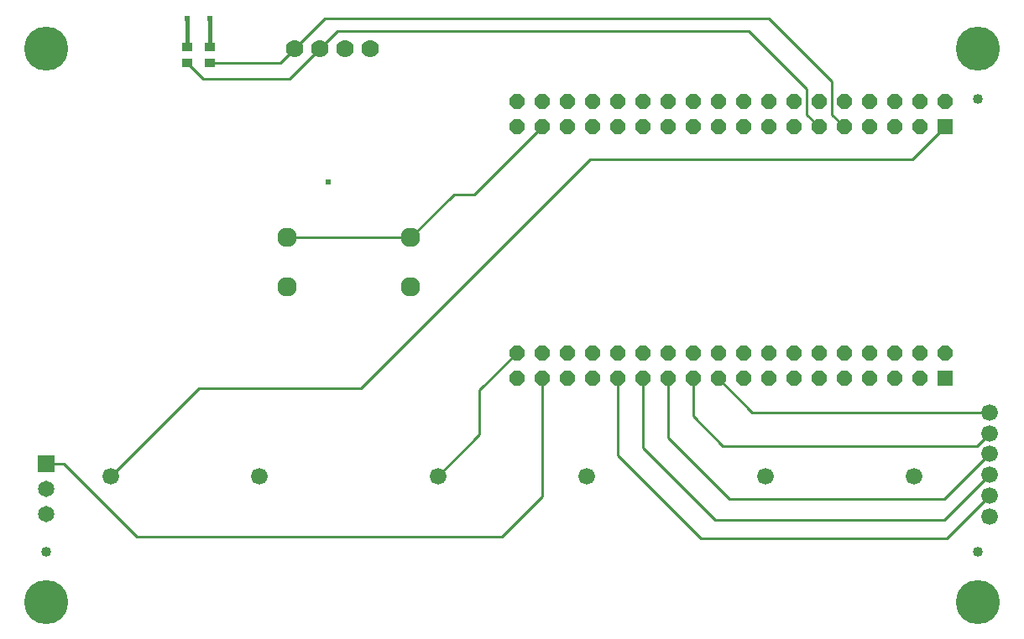
<source format=gbr>
G04 EAGLE Gerber RS-274X export*
G75*
%MOMM*%
%FSLAX34Y34*%
%LPD*%
%INTop Copper*%
%IPPOS*%
%AMOC8*
5,1,8,0,0,1.08239X$1,22.5*%
G01*
%ADD10R,1.524000X1.524000*%
%ADD11P,1.649562X8X202.500000*%
%ADD12R,1.651000X1.651000*%
%ADD13C,1.651000*%
%ADD14C,1.960000*%
%ADD15R,1.031241X0.949959*%
%ADD16C,1.778000*%
%ADD17C,1.680000*%
%ADD18C,4.445000*%
%ADD19C,1.016000*%
%ADD20C,0.254000*%
%ADD21C,0.381000*%
%ADD22C,0.609600*%


D10*
X944200Y263900D03*
D11*
X944200Y289300D03*
X918800Y263900D03*
X918800Y289300D03*
X893400Y263900D03*
X893400Y289300D03*
X868000Y263900D03*
X868000Y289300D03*
X842600Y263900D03*
X842600Y289300D03*
X817200Y263900D03*
X817200Y289300D03*
X791800Y263900D03*
X791800Y289300D03*
X766400Y263900D03*
X766400Y289300D03*
X741000Y263900D03*
X741000Y289300D03*
X715600Y263900D03*
X715600Y289300D03*
X690200Y263900D03*
X690200Y289300D03*
X664800Y263900D03*
X664800Y289300D03*
X639400Y263900D03*
X639400Y289300D03*
X614000Y263900D03*
X614000Y289300D03*
X588600Y263900D03*
X588600Y289300D03*
X563200Y263900D03*
X563200Y289300D03*
X537800Y263900D03*
X537800Y289300D03*
X512400Y263900D03*
X512400Y289300D03*
D10*
X944200Y517900D03*
D11*
X944200Y543300D03*
X918800Y517900D03*
X918800Y543300D03*
X893400Y517900D03*
X893400Y543300D03*
X868000Y517900D03*
X868000Y543300D03*
X842600Y517900D03*
X842600Y543300D03*
X817200Y517900D03*
X817200Y543300D03*
X791800Y517900D03*
X791800Y543300D03*
X766400Y517900D03*
X766400Y543300D03*
X741000Y517900D03*
X741000Y543300D03*
X715600Y517900D03*
X715600Y543300D03*
X690200Y517900D03*
X690200Y543300D03*
X664800Y517900D03*
X664800Y543300D03*
X639400Y517900D03*
X639400Y543300D03*
X614000Y517900D03*
X614000Y543300D03*
X588600Y517900D03*
X588600Y543300D03*
X563200Y517900D03*
X563200Y543300D03*
X537800Y517900D03*
X537800Y543300D03*
X512400Y517900D03*
X512400Y543300D03*
D12*
X38100Y177800D03*
D13*
X38100Y152400D03*
X38100Y127000D03*
D14*
X280400Y406000D03*
X280400Y356000D03*
X405400Y356000D03*
X405400Y406000D03*
D15*
X203200Y582549D03*
X203200Y598551D03*
X180340Y582549D03*
X180340Y598551D03*
D16*
X288290Y596900D03*
X313690Y596900D03*
X339090Y596900D03*
X364490Y596900D03*
D17*
X102800Y165100D03*
X252800Y165100D03*
X433000Y165100D03*
X583000Y165100D03*
X763200Y165100D03*
X913200Y165100D03*
X989900Y229300D03*
X989900Y208300D03*
X989900Y187300D03*
X989900Y166300D03*
X989900Y145300D03*
X989900Y124300D03*
D18*
X38100Y38100D03*
X977900Y38100D03*
X38100Y596900D03*
X977900Y596900D03*
D19*
X38100Y88900D03*
X977900Y88900D03*
X977900Y546100D03*
D20*
X273939Y582549D02*
X203200Y582549D01*
X273939Y582549D02*
X288290Y596900D01*
X318770Y627380D01*
X830580Y529920D02*
X842600Y517900D01*
X767080Y627380D02*
X318770Y627380D01*
X767080Y627380D02*
X830580Y563880D01*
X830580Y529920D01*
X196469Y566420D02*
X180340Y582549D01*
X283210Y566420D02*
X313690Y596900D01*
X283210Y566420D02*
X196469Y566420D01*
X313690Y596900D02*
X331470Y614680D01*
X746760Y614680D01*
X805180Y556260D01*
X805180Y529920D02*
X817200Y517900D01*
X805180Y529920D02*
X805180Y556260D01*
D21*
X180340Y598551D02*
X180340Y627380D01*
D22*
X180340Y627380D03*
D21*
X203200Y627380D02*
X203200Y598551D01*
D22*
X203200Y627380D03*
X322580Y462280D03*
D20*
X280400Y406000D02*
X405400Y406000D01*
X448980Y449580D01*
X469480Y449580D02*
X537800Y517900D01*
X469480Y449580D02*
X448980Y449580D01*
X129540Y104140D02*
X55880Y177800D01*
X537800Y144100D02*
X537800Y263900D01*
X55880Y177800D02*
X38100Y177800D01*
X129540Y104140D02*
X497840Y104140D01*
X537800Y144100D01*
X474980Y207080D02*
X433000Y165100D01*
X474980Y251880D02*
X512400Y289300D01*
X474980Y251880D02*
X474980Y207080D01*
X715600Y263900D02*
X750200Y229300D01*
X989900Y229300D01*
X989900Y208300D02*
X977180Y195580D01*
X720420Y195580D01*
X690200Y225800D01*
X690200Y263900D01*
X944180Y141580D02*
X989900Y187300D01*
X944180Y141580D02*
X727100Y141580D01*
X664800Y203880D02*
X664800Y263900D01*
X664800Y203880D02*
X727100Y141580D01*
X639400Y193720D02*
X639400Y263900D01*
X712540Y120580D02*
X944180Y120580D01*
X989900Y166300D01*
X712540Y120580D02*
X639400Y193720D01*
X614000Y186100D02*
X614000Y263900D01*
X697980Y102120D02*
X946720Y102120D01*
X989900Y145300D01*
X697980Y102120D02*
X614000Y186100D01*
X911440Y485140D02*
X944200Y517900D01*
X660400Y485140D02*
X647700Y485140D01*
X660400Y485140D02*
X911440Y485140D01*
X647700Y485140D02*
X586740Y485140D01*
X191700Y254000D02*
X102800Y165100D01*
X191700Y254000D02*
X355600Y254000D01*
X586740Y485140D01*
M02*

</source>
